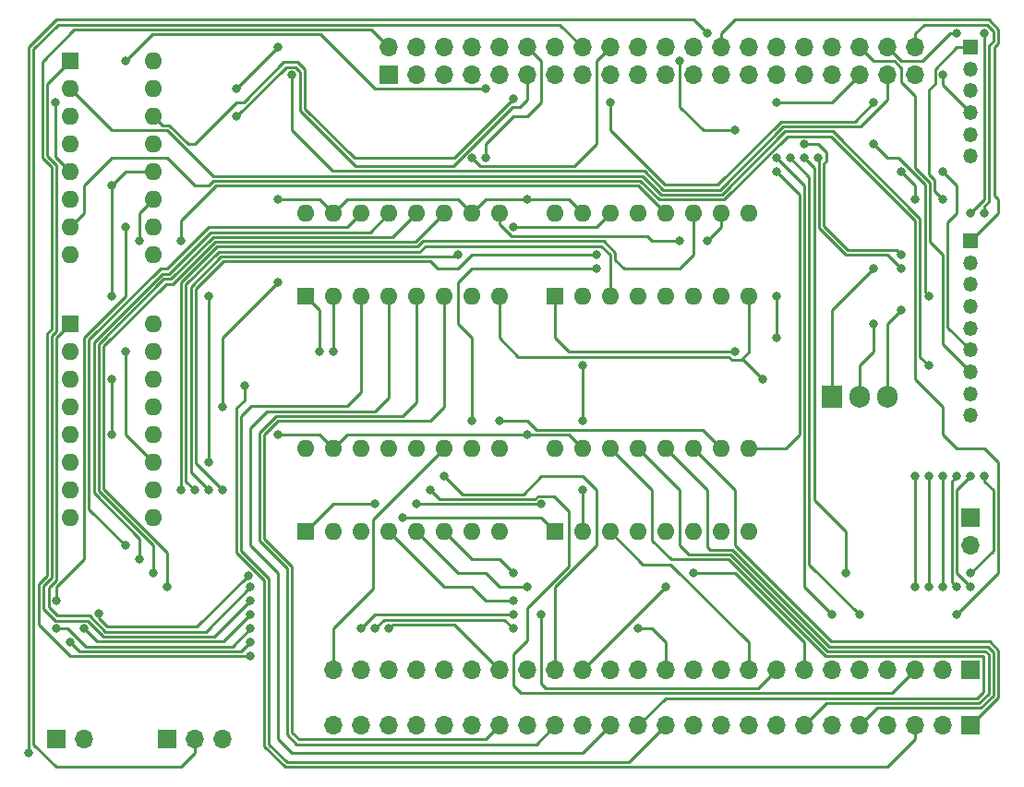
<source format=gbl>
%TF.GenerationSoftware,KiCad,Pcbnew,7.0.8*%
%TF.CreationDate,2023-10-23T01:27:40-07:00*%
%TF.ProjectId,motherboard,6d6f7468-6572-4626-9f61-72642e6b6963,1*%
%TF.SameCoordinates,Original*%
%TF.FileFunction,Copper,L2,Bot*%
%TF.FilePolarity,Positive*%
%FSLAX46Y46*%
G04 Gerber Fmt 4.6, Leading zero omitted, Abs format (unit mm)*
G04 Created by KiCad (PCBNEW 7.0.8) date 2023-10-23 01:27:40*
%MOMM*%
%LPD*%
G01*
G04 APERTURE LIST*
%TA.AperFunction,ComponentPad*%
%ADD10R,1.600000X1.600000*%
%TD*%
%TA.AperFunction,ComponentPad*%
%ADD11O,1.600000X1.600000*%
%TD*%
%TA.AperFunction,ComponentPad*%
%ADD12R,1.700000X1.700000*%
%TD*%
%TA.AperFunction,ComponentPad*%
%ADD13O,1.700000X1.700000*%
%TD*%
%TA.AperFunction,ComponentPad*%
%ADD14R,1.350000X1.350000*%
%TD*%
%TA.AperFunction,ComponentPad*%
%ADD15O,1.350000X1.350000*%
%TD*%
%TA.AperFunction,ComponentPad*%
%ADD16R,1.905000X2.000000*%
%TD*%
%TA.AperFunction,ComponentPad*%
%ADD17O,1.905000X2.000000*%
%TD*%
%TA.AperFunction,ViaPad*%
%ADD18C,0.800000*%
%TD*%
%TA.AperFunction,Conductor*%
%ADD19C,0.250000*%
%TD*%
G04 APERTURE END LIST*
D10*
%TO.P,U1,1,~{PL}*%
%TO.N,Net-(J3-GPIO13(PWM1))*%
X124450000Y-85080000D03*
D11*
%TO.P,U1,2,CP*%
%TO.N,Net-(J3-GPIO18(PCM_CLK))*%
X126990000Y-85080000D03*
%TO.P,U1,3,D4*%
%TO.N,Net-(J1-BIT_4)*%
X129530000Y-85080000D03*
%TO.P,U1,4,D5*%
%TO.N,Net-(J1-BIT_5)*%
X132070000Y-85080000D03*
%TO.P,U1,5,D6*%
%TO.N,Net-(J1-BIT_6)*%
X134610000Y-85080000D03*
%TO.P,U1,6,D7*%
%TO.N,Net-(J1-BIT_7)*%
X137150000Y-85080000D03*
%TO.P,U1,7,~{Q7}*%
%TO.N,unconnected-(U1-~{Q7}-Pad7)*%
X139690000Y-85080000D03*
%TO.P,U1,8,GND*%
%TO.N,GND*%
X142230000Y-85080000D03*
%TO.P,U1,9,Q7*%
%TO.N,Net-(U1-Q7)*%
X142230000Y-77460000D03*
%TO.P,U1,10,DS*%
%TO.N,GND*%
X139690000Y-77460000D03*
%TO.P,U1,11,D0*%
%TO.N,Net-(J1-BIT_0)*%
X137150000Y-77460000D03*
%TO.P,U1,12,D1*%
%TO.N,Net-(J1-BIT_1)*%
X134610000Y-77460000D03*
%TO.P,U1,13,D2*%
%TO.N,Net-(J1-BIT_2)*%
X132070000Y-77460000D03*
%TO.P,U1,14,D3*%
%TO.N,Net-(J1-BIT_3)*%
X129530000Y-77460000D03*
%TO.P,U1,15,~{CE}*%
%TO.N,GND*%
X126990000Y-77460000D03*
%TO.P,U1,16,VCC*%
%TO.N,Net-(J7-5V)*%
X124450000Y-77460000D03*
%TD*%
D12*
%TO.P,J2,1,02_LED*%
%TO.N,Net-(J2-02_LED)*%
X185420000Y-119380000D03*
D13*
%TO.P,J2,2,13_LED*%
%TO.N,Net-(J2-13_LED)*%
X182880000Y-119380000D03*
%TO.P,J2,3,02_SWITCH*%
%TO.N,Net-(J2-02_SWITCH)*%
X180340000Y-119380000D03*
%TO.P,J2,4,13_SWITCH*%
%TO.N,Net-(J2-13_SWITCH)*%
X177800000Y-119380000D03*
%TO.P,J2,5,03_LED*%
%TO.N,Net-(J2-03_LED)*%
X175260000Y-119380000D03*
%TO.P,J2,6,12_LED*%
%TO.N,Net-(J2-12_LED)*%
X172720000Y-119380000D03*
%TO.P,J2,7,03_SWITCH*%
%TO.N,Net-(J2-03_SWITCH)*%
X170180000Y-119380000D03*
%TO.P,J2,8,12_SWITCH*%
%TO.N,Net-(J2-12_SWITCH)*%
X167640000Y-119380000D03*
%TO.P,J2,9,TIME_ACTIVE_SWITCH*%
%TO.N,Net-(J2-TIME_ACTIVE_SWITCH)*%
X165100000Y-119380000D03*
%TO.P,J2,10,11_LED*%
%TO.N,Net-(J2-11_LED)*%
X162560000Y-119380000D03*
%TO.P,J2,11,POWER_A*%
%TO.N,Net-(J2-POWER_A)*%
X160020000Y-119380000D03*
%TO.P,J2,12,11_SWITCH*%
%TO.N,Net-(J2-11_SWITCH)*%
X157480000Y-119380000D03*
%TO.P,J2,13,POWER_B*%
%TO.N,Net-(J2-POWER_B)*%
X154940000Y-119380000D03*
%TO.P,J2,14,01_LED*%
%TO.N,Net-(J2-01_LED)*%
X152400000Y-119380000D03*
%TO.P,J2,15,EMERGENCY_STOP_SWITCH*%
%TO.N,Net-(J2-EMERGENCY_STOP_SWITCH)*%
X149860000Y-119380000D03*
%TO.P,J2,16,01_SWITCH*%
%TO.N,Net-(J2-01_SWITCH)*%
X147320000Y-119380000D03*
%TO.P,J2,17,EMERGENCY_STOP_LED*%
%TO.N,Net-(J2-EMERGENCY_STOP_LED)*%
X144780000Y-119380000D03*
%TO.P,J2,18,10_LED*%
%TO.N,Net-(J2-10_LED)*%
X142240000Y-119380000D03*
%TO.P,J2,19,5V*%
%TO.N,Net-(J2-5V)*%
X139700000Y-119380000D03*
%TO.P,J2,20,10_SWITCH*%
%TO.N,Net-(J2-10_SWITCH)*%
X137160000Y-119380000D03*
%TO.P,J2,21,TIME_SET_DT*%
%TO.N,Net-(J2-TIME_SET_DT)*%
X134620000Y-119380000D03*
%TO.P,J2,22,00_LED*%
%TO.N,Net-(J2-00_LED)*%
X132080000Y-119380000D03*
%TO.P,J2,23,TIME_SET_CLK*%
%TO.N,Net-(J2-TIME_SET_CLK)*%
X129540000Y-119380000D03*
%TO.P,J2,24,00_SWITCH*%
%TO.N,Net-(J2-00_SWITCH)*%
X127000000Y-119380000D03*
%TD*%
D10*
%TO.P,U2,1,~{PL}*%
%TO.N,Net-(J3-GPIO13(PWM1))*%
X147320000Y-85090000D03*
D11*
%TO.P,U2,2,CP*%
%TO.N,Net-(J3-GPIO18(PCM_CLK))*%
X149860000Y-85090000D03*
%TO.P,U2,3,D4*%
%TO.N,Net-(J1-BIT_C)*%
X152400000Y-85090000D03*
%TO.P,U2,4,D5*%
%TO.N,Net-(J1-BIT_D)*%
X154940000Y-85090000D03*
%TO.P,U2,5,D6*%
%TO.N,Net-(J1-BIT_E)*%
X157480000Y-85090000D03*
%TO.P,U2,6,D7*%
%TO.N,Net-(J1-BIT_F)*%
X160020000Y-85090000D03*
%TO.P,U2,7,~{Q7}*%
%TO.N,unconnected-(U2-~{Q7}-Pad7)*%
X162560000Y-85090000D03*
%TO.P,U2,8,GND*%
%TO.N,GND*%
X165100000Y-85090000D03*
%TO.P,U2,9,Q7*%
%TO.N,Net-(U2-Q7)*%
X165100000Y-77470000D03*
%TO.P,U2,10,DS*%
%TO.N,Net-(U1-Q7)*%
X162560000Y-77470000D03*
%TO.P,U2,11,D0*%
%TO.N,Net-(J1-BIT_8)*%
X160020000Y-77470000D03*
%TO.P,U2,12,D1*%
%TO.N,Net-(J1-BIT_9)*%
X157480000Y-77470000D03*
%TO.P,U2,13,D2*%
%TO.N,Net-(J1-BIT_A)*%
X154940000Y-77470000D03*
%TO.P,U2,14,D3*%
%TO.N,Net-(J1-BIT_B)*%
X152400000Y-77470000D03*
%TO.P,U2,15,~{CE}*%
%TO.N,GND*%
X149860000Y-77470000D03*
%TO.P,U2,16,VCC*%
%TO.N,Net-(J7-5V)*%
X147320000Y-77470000D03*
%TD*%
D10*
%TO.P,U3,1,~{PL}*%
%TO.N,Net-(J3-GPIO13(PWM1))*%
X124460000Y-106680000D03*
D11*
%TO.P,U3,2,CP*%
%TO.N,Net-(J3-GPIO18(PCM_CLK))*%
X127000000Y-106680000D03*
%TO.P,U3,3,D4*%
%TO.N,Net-(J2-10_SWITCH)*%
X129540000Y-106680000D03*
%TO.P,U3,4,D5*%
%TO.N,Net-(J2-11_SWITCH)*%
X132080000Y-106680000D03*
%TO.P,U3,5,D6*%
%TO.N,Net-(J2-12_SWITCH)*%
X134620000Y-106680000D03*
%TO.P,U3,6,D7*%
%TO.N,Net-(J2-13_SWITCH)*%
X137160000Y-106680000D03*
%TO.P,U3,7,~{Q7}*%
%TO.N,unconnected-(U3-~{Q7}-Pad7)*%
X139700000Y-106680000D03*
%TO.P,U3,8,GND*%
%TO.N,GND*%
X142240000Y-106680000D03*
%TO.P,U3,9,Q7*%
%TO.N,Net-(U3-Q7)*%
X142240000Y-99060000D03*
%TO.P,U3,10,DS*%
%TO.N,Net-(U2-Q7)*%
X139700000Y-99060000D03*
%TO.P,U3,11,D0*%
%TO.N,Net-(J2-00_SWITCH)*%
X137160000Y-99060000D03*
%TO.P,U3,12,D1*%
%TO.N,Net-(J2-01_SWITCH)*%
X134620000Y-99060000D03*
%TO.P,U3,13,D2*%
%TO.N,Net-(J2-02_SWITCH)*%
X132080000Y-99060000D03*
%TO.P,U3,14,D3*%
%TO.N,Net-(J2-03_SWITCH)*%
X129540000Y-99060000D03*
%TO.P,U3,15,~{CE}*%
%TO.N,GND*%
X127000000Y-99060000D03*
%TO.P,U3,16,VCC*%
%TO.N,Net-(J7-5V)*%
X124460000Y-99060000D03*
%TD*%
D14*
%TO.P,J5,1,12V*%
%TO.N,Net-(J2-POWER_B)*%
X185420000Y-62230000D03*
D15*
%TO.P,J5,2,GND*%
%TO.N,GND*%
X185420000Y-64230000D03*
%TO.P,J5,3,I2C_SDA*%
%TO.N,Net-(J3-GPIO2(I2C1_SDA))*%
X185420000Y-66230000D03*
%TO.P,J5,4,I2C_SCLK*%
%TO.N,Net-(J3-GPIO3(I2C1_SCL))*%
X185420000Y-68230000D03*
%TO.P,J5,5,VB*%
%TO.N,Net-(J5-VB)*%
X185420000Y-70230000D03*
%TO.P,J5,6,VA*%
%TO.N,Net-(J5-VA)*%
X185420000Y-72230000D03*
%TD*%
D10*
%TO.P,U6,1,QB*%
%TO.N,Net-(J2-EMERGENCY_STOP_LED)*%
X102870000Y-87630000D03*
D11*
%TO.P,U6,2,QC*%
%TO.N,unconnected-(U6-QC-Pad2)*%
X102870000Y-90170000D03*
%TO.P,U6,3,QD*%
%TO.N,unconnected-(U6-QD-Pad3)*%
X102870000Y-92710000D03*
%TO.P,U6,4,QE*%
%TO.N,unconnected-(U6-QE-Pad4)*%
X102870000Y-95250000D03*
%TO.P,U6,5,QF*%
%TO.N,unconnected-(U6-QF-Pad5)*%
X102870000Y-97790000D03*
%TO.P,U6,6,QG*%
%TO.N,unconnected-(U6-QG-Pad6)*%
X102870000Y-100330000D03*
%TO.P,U6,7,QH*%
%TO.N,unconnected-(U6-QH-Pad7)*%
X102870000Y-102870000D03*
%TO.P,U6,8,GND*%
%TO.N,GND*%
X102870000Y-105410000D03*
%TO.P,U6,9,QH'*%
%TO.N,unconnected-(U6-QH'-Pad9)*%
X110490000Y-105410000D03*
%TO.P,U6,10,~{SRCLR}*%
%TO.N,Net-(J7-5V)*%
X110490000Y-102870000D03*
%TO.P,U6,11,SRCLK*%
%TO.N,Net-(J3-GPIO17)*%
X110490000Y-100330000D03*
%TO.P,U6,12,RCLK*%
%TO.N,Net-(J3-GPIO27)*%
X110490000Y-97790000D03*
%TO.P,U6,13,~{OE}*%
%TO.N,GND*%
X110490000Y-95250000D03*
%TO.P,U6,14,SER*%
%TO.N,Net-(U5-QH')*%
X110490000Y-92710000D03*
%TO.P,U6,15,QA*%
%TO.N,Net-(J1-PUSH_LED)*%
X110490000Y-90170000D03*
%TO.P,U6,16,VCC*%
%TO.N,Net-(J7-5V)*%
X110490000Y-87630000D03*
%TD*%
D12*
%TO.P,J4,1,GND*%
%TO.N,GND*%
X185420000Y-105410000D03*
D13*
%TO.P,J4,2,12V*%
%TO.N,Net-(J2-POWER_A)*%
X185420000Y-107950000D03*
%TD*%
D12*
%TO.P,J1,1,RAIL_OVERRIDE_SWITCH*%
%TO.N,Net-(J1-RAIL_OVERRIDE_SWITCH)*%
X185420000Y-124460000D03*
D13*
%TO.P,J1,2,GND*%
%TO.N,GND*%
X182880000Y-124460000D03*
%TO.P,J1,3,PUSH_LED*%
%TO.N,Net-(J1-PUSH_LED)*%
X180340000Y-124460000D03*
%TO.P,J1,4,BIT_0*%
%TO.N,Net-(J1-BIT_0)*%
X177800000Y-124460000D03*
%TO.P,J1,5,PUSH_SWITCH*%
%TO.N,Net-(J1-PUSH_SWITCH)*%
X175260000Y-124460000D03*
%TO.P,J1,6,BIT_1*%
%TO.N,Net-(J1-BIT_1)*%
X172720000Y-124460000D03*
%TO.P,J1,7,MODULE_OVERRIDE_SWITCH*%
%TO.N,Net-(J1-MODULE_OVERRIDE_SWITCH)*%
X170180000Y-124460000D03*
%TO.P,J1,8,BIT_2*%
%TO.N,Net-(J1-BIT_2)*%
X167640000Y-124460000D03*
%TO.P,J1,9,VELOCITY_DT*%
%TO.N,Net-(J1-VELOCITY_DT)*%
X165100000Y-124460000D03*
%TO.P,J1,10,BIT_3*%
%TO.N,Net-(J1-BIT_3)*%
X162560000Y-124460000D03*
%TO.P,J1,11,VELOCITY_CLK*%
%TO.N,Net-(J1-VELOCITY_CLK)*%
X160020000Y-124460000D03*
%TO.P,J1,12,BIT_4*%
%TO.N,Net-(J1-BIT_4)*%
X157480000Y-124460000D03*
%TO.P,J1,13,FWD/BWD_SWITCH*%
%TO.N,Net-(J1-FWD{slash}BWD_SWITCH)*%
X154940000Y-124460000D03*
%TO.P,J1,14,BIT_5*%
%TO.N,Net-(J1-BIT_5)*%
X152400000Y-124460000D03*
%TO.P,J1,15,BIT_F*%
%TO.N,Net-(J1-BIT_F)*%
X149860000Y-124460000D03*
%TO.P,J1,16,BIT_6*%
%TO.N,Net-(J1-BIT_6)*%
X147320000Y-124460000D03*
%TO.P,J1,17,BIT_E*%
%TO.N,Net-(J1-BIT_E)*%
X144780000Y-124460000D03*
%TO.P,J1,18,BIT_7*%
%TO.N,Net-(J1-BIT_7)*%
X142240000Y-124460000D03*
%TO.P,J1,19,BIT_D*%
%TO.N,Net-(J1-BIT_D)*%
X139700000Y-124460000D03*
%TO.P,J1,20,BIT_8*%
%TO.N,Net-(J1-BIT_8)*%
X137160000Y-124460000D03*
%TO.P,J1,21,BIT_C*%
%TO.N,Net-(J1-BIT_C)*%
X134620000Y-124460000D03*
%TO.P,J1,22,BIT_9*%
%TO.N,Net-(J1-BIT_9)*%
X132080000Y-124460000D03*
%TO.P,J1,23,BIT_A*%
%TO.N,Net-(J1-BIT_A)*%
X129540000Y-124460000D03*
%TO.P,J1,24,BIT_B*%
%TO.N,Net-(J1-BIT_B)*%
X127000000Y-124460000D03*
%TD*%
D12*
%TO.P,J8,1,ENA*%
%TO.N,Net-(J3-GPIO12(PWM0))*%
X111760000Y-125730000D03*
D13*
%TO.P,J8,2,IN1*%
%TO.N,Net-(J3-GPIO23)*%
X114300000Y-125730000D03*
%TO.P,J8,3,IN2*%
%TO.N,Net-(J3-GPIO24)*%
X116840000Y-125730000D03*
%TD*%
D16*
%TO.P,U7,1,IN*%
%TO.N,Net-(J2-POWER_B)*%
X172720000Y-94320000D03*
D17*
%TO.P,U7,2,GND*%
%TO.N,GND*%
X175260000Y-94320000D03*
%TO.P,U7,3,OUT*%
%TO.N,Net-(J7-5V)*%
X177800000Y-94320000D03*
%TD*%
D12*
%TO.P,J6,1,VA*%
%TO.N,Net-(J5-VA)*%
X101600000Y-125730000D03*
D13*
%TO.P,J6,2,VB*%
%TO.N,Net-(J5-VB)*%
X104140000Y-125730000D03*
%TD*%
D14*
%TO.P,J7,1,CSB*%
%TO.N,Net-(J3-GPIO7(SPI0_CE1))*%
X185420000Y-80010000D03*
D15*
%TO.P,J7,2,SDA*%
%TO.N,Net-(J3-GPIO10(SPI0_MOSI))*%
X185420000Y-82010000D03*
%TO.P,J7,3,SCLK*%
%TO.N,Net-(J3-GPIO11(SPI0_SCLK))*%
X185420000Y-84010000D03*
%TO.P,J7,4,CSA*%
%TO.N,Net-(J3-GPIO8(SPI0_CE0))*%
X185420000Y-86010000D03*
%TO.P,J7,5,5V*%
%TO.N,Net-(J7-5V)*%
X185420000Y-88010000D03*
%TO.P,J7,6,GND*%
%TO.N,GND*%
X185420000Y-90010000D03*
%TO.P,J7,7,SER*%
%TO.N,Net-(J3-GPIO16)*%
X185420000Y-92010000D03*
%TO.P,J7,8,RCLK*%
%TO.N,Net-(J3-GPIO20(PCM_DIN))*%
X185420000Y-94010000D03*
%TO.P,J7,9,SRCLK*%
%TO.N,Net-(J3-GPIO21(PCM_DOUT))*%
X185420000Y-96010000D03*
%TD*%
D10*
%TO.P,U4,1,~{PL}*%
%TO.N,Net-(J3-GPIO13(PWM1))*%
X147320000Y-106680000D03*
D11*
%TO.P,U4,2,CP*%
%TO.N,Net-(J3-GPIO18(PCM_CLK))*%
X149860000Y-106680000D03*
%TO.P,U4,3,D4*%
%TO.N,Net-(J2-TIME_ACTIVE_SWITCH)*%
X152400000Y-106680000D03*
%TO.P,U4,4,D5*%
%TO.N,Net-(J2-EMERGENCY_STOP_SWITCH)*%
X154940000Y-106680000D03*
%TO.P,U4,5,D6*%
%TO.N,unconnected-(U4-D6-Pad5)*%
X157480000Y-106680000D03*
%TO.P,U4,6,D7*%
%TO.N,unconnected-(U4-D7-Pad6)*%
X160020000Y-106680000D03*
%TO.P,U4,7,~{Q7}*%
%TO.N,unconnected-(U4-~{Q7}-Pad7)*%
X162560000Y-106680000D03*
%TO.P,U4,8,GND*%
%TO.N,GND*%
X165100000Y-106680000D03*
%TO.P,U4,9,Q7*%
%TO.N,Net-(J3-GPIO4(GPCLK0))*%
X165100000Y-99060000D03*
%TO.P,U4,10,DS*%
%TO.N,Net-(U3-Q7)*%
X162560000Y-99060000D03*
%TO.P,U4,11,D0*%
%TO.N,Net-(J1-RAIL_OVERRIDE_SWITCH)*%
X160020000Y-99060000D03*
%TO.P,U4,12,D1*%
%TO.N,Net-(J1-PUSH_SWITCH)*%
X157480000Y-99060000D03*
%TO.P,U4,13,D2*%
%TO.N,Net-(J1-MODULE_OVERRIDE_SWITCH)*%
X154940000Y-99060000D03*
%TO.P,U4,14,D3*%
%TO.N,Net-(J1-FWD{slash}BWD_SWITCH)*%
X152400000Y-99060000D03*
%TO.P,U4,15,~{CE}*%
%TO.N,GND*%
X149860000Y-99060000D03*
%TO.P,U4,16,VCC*%
%TO.N,Net-(J7-5V)*%
X147320000Y-99060000D03*
%TD*%
D10*
%TO.P,U5,1,QB*%
%TO.N,Net-(J2-01_LED)*%
X102870000Y-63500000D03*
D11*
%TO.P,U5,2,QC*%
%TO.N,Net-(J2-02_LED)*%
X102870000Y-66040000D03*
%TO.P,U5,3,QD*%
%TO.N,Net-(J2-03_LED)*%
X102870000Y-68580000D03*
%TO.P,U5,4,QE*%
%TO.N,Net-(J2-10_LED)*%
X102870000Y-71120000D03*
%TO.P,U5,5,QF*%
%TO.N,Net-(J2-11_LED)*%
X102870000Y-73660000D03*
%TO.P,U5,6,QG*%
%TO.N,Net-(J2-12_LED)*%
X102870000Y-76200000D03*
%TO.P,U5,7,QH*%
%TO.N,Net-(J2-13_LED)*%
X102870000Y-78740000D03*
%TO.P,U5,8,GND*%
%TO.N,GND*%
X102870000Y-81280000D03*
%TO.P,U5,9,QH'*%
%TO.N,Net-(U5-QH')*%
X110490000Y-81280000D03*
%TO.P,U5,10,~{SRCLR}*%
%TO.N,Net-(J7-5V)*%
X110490000Y-78740000D03*
%TO.P,U5,11,SRCLK*%
%TO.N,Net-(J3-GPIO17)*%
X110490000Y-76200000D03*
%TO.P,U5,12,RCLK*%
%TO.N,Net-(J3-GPIO27)*%
X110490000Y-73660000D03*
%TO.P,U5,13,~{OE}*%
%TO.N,GND*%
X110490000Y-71120000D03*
%TO.P,U5,14,SER*%
%TO.N,Net-(J3-GPIO22)*%
X110490000Y-68580000D03*
%TO.P,U5,15,QA*%
%TO.N,Net-(J2-00_LED)*%
X110490000Y-66040000D03*
%TO.P,U5,16,VCC*%
%TO.N,Net-(J7-5V)*%
X110490000Y-63500000D03*
%TD*%
D12*
%TO.P,J3,1,3v3*%
%TO.N,unconnected-(J3-3v3-Pad1)*%
X132080000Y-64770000D03*
D13*
%TO.P,J3,2,5v*%
%TO.N,Net-(J2-5V)*%
X132080000Y-62230000D03*
%TO.P,J3,3,GPIO2(I2C1_SDA)*%
%TO.N,Net-(J3-GPIO2(I2C1_SDA))*%
X134620000Y-64770000D03*
%TO.P,J3,4,5v*%
%TO.N,unconnected-(J3-5v-Pad4)*%
X134620000Y-62230000D03*
%TO.P,J3,5,GPIO3(I2C1_SCL)*%
%TO.N,Net-(J3-GPIO3(I2C1_SCL))*%
X137160000Y-64770000D03*
%TO.P,J3,6,GND*%
%TO.N,GND*%
X137160000Y-62230000D03*
%TO.P,J3,7,GPIO4(GPCLK0)*%
%TO.N,Net-(J3-GPIO4(GPCLK0))*%
X139700000Y-64770000D03*
%TO.P,J3,8,GPIO14(UART_TX)*%
%TO.N,unconnected-(J3-GPIO14(UART_TX)-Pad8)*%
X139700000Y-62230000D03*
%TO.P,J3,9,GND*%
%TO.N,unconnected-(J3-GND-Pad9)*%
X142240000Y-64770000D03*
%TO.P,J3,10,GPIO15(UART_RX)*%
%TO.N,unconnected-(J3-GPIO15(UART_RX)-Pad10)*%
X142240000Y-62230000D03*
%TO.P,J3,11,GPIO17*%
%TO.N,Net-(J3-GPIO17)*%
X144780000Y-64770000D03*
%TO.P,J3,12,GPIO18(PCM_CLK)*%
%TO.N,Net-(J3-GPIO18(PCM_CLK))*%
X144780000Y-62230000D03*
%TO.P,J3,13,GPIO27*%
%TO.N,Net-(J3-GPIO27)*%
X147320000Y-64770000D03*
%TO.P,J3,14,GND*%
%TO.N,unconnected-(J3-GND-Pad14)*%
X147320000Y-62230000D03*
%TO.P,J3,15,GPIO22*%
%TO.N,Net-(J3-GPIO22)*%
X149860000Y-64770000D03*
%TO.P,J3,16,GPIO23*%
%TO.N,Net-(J3-GPIO23)*%
X149860000Y-62230000D03*
%TO.P,J3,17,3v3*%
%TO.N,unconnected-(J3-3v3-Pad17)*%
X152400000Y-64770000D03*
%TO.P,J3,18,GPIO24*%
%TO.N,Net-(J3-GPIO24)*%
X152400000Y-62230000D03*
%TO.P,J3,19,GPIO10(SPI0_MOSI)*%
%TO.N,Net-(J3-GPIO10(SPI0_MOSI))*%
X154940000Y-64770000D03*
%TO.P,J3,20,GND*%
%TO.N,unconnected-(J3-GND-Pad20)*%
X154940000Y-62230000D03*
%TO.P,J3,21,GPIO9(SPI0_MISO)*%
%TO.N,unconnected-(J3-GPIO9(SPI0_MISO)-Pad21)*%
X157480000Y-64770000D03*
%TO.P,J3,22,GPIO25*%
%TO.N,unconnected-(J3-GPIO25-Pad22)*%
X157480000Y-62230000D03*
%TO.P,J3,23,GPIO11(SPI0_SCLK)*%
%TO.N,Net-(J3-GPIO11(SPI0_SCLK))*%
X160020000Y-64770000D03*
%TO.P,J3,24,GPIO8(SPI0_CE0)*%
%TO.N,Net-(J3-GPIO8(SPI0_CE0))*%
X160020000Y-62230000D03*
%TO.P,J3,25,GND*%
%TO.N,unconnected-(J3-GND-Pad25)*%
X162560000Y-64770000D03*
%TO.P,J3,26,GPIO7(SPI0_CE1)*%
%TO.N,Net-(J3-GPIO7(SPI0_CE1))*%
X162560000Y-62230000D03*
%TO.P,J3,27,GPIO0(EEPROM_SDA)*%
%TO.N,unconnected-(J3-GPIO0(EEPROM_SDA)-Pad27)*%
X165100000Y-64770000D03*
%TO.P,J3,28,GPIO1(EEPROM_SCL)*%
%TO.N,unconnected-(J3-GPIO1(EEPROM_SCL)-Pad28)*%
X165100000Y-62230000D03*
%TO.P,J3,29,GPIO5*%
%TO.N,Net-(J1-VELOCITY_CLK)*%
X167640000Y-64770000D03*
%TO.P,J3,30,GND*%
%TO.N,unconnected-(J3-GND-Pad30)*%
X167640000Y-62230000D03*
%TO.P,J3,31,GPIO6*%
%TO.N,Net-(J1-VELOCITY_DT)*%
X170180000Y-64770000D03*
%TO.P,J3,32,GPIO12(PWM0)*%
%TO.N,Net-(J3-GPIO12(PWM0))*%
X170180000Y-62230000D03*
%TO.P,J3,33,GPIO13(PWM1)*%
%TO.N,Net-(J3-GPIO13(PWM1))*%
X172720000Y-64770000D03*
%TO.P,J3,34,GND*%
%TO.N,unconnected-(J3-GND-Pad34)*%
X172720000Y-62230000D03*
%TO.P,J3,35,GPIO19(PCM_FS)*%
%TO.N,Net-(J2-TIME_SET_CLK)*%
X175260000Y-64770000D03*
%TO.P,J3,36,GPIO16*%
%TO.N,Net-(J3-GPIO16)*%
X175260000Y-62230000D03*
%TO.P,J3,37,GPIO26*%
%TO.N,Net-(J2-TIME_SET_DT)*%
X177800000Y-64770000D03*
%TO.P,J3,38,GPIO20(PCM_DIN)*%
%TO.N,Net-(J3-GPIO20(PCM_DIN))*%
X177800000Y-62230000D03*
%TO.P,J3,39,GND*%
%TO.N,unconnected-(J3-GND-Pad39)*%
X180340000Y-64770000D03*
%TO.P,J3,40,GPIO21(PCM_DOUT)*%
%TO.N,Net-(J3-GPIO21(PCM_DOUT))*%
X180340000Y-62230000D03*
%TD*%
D18*
%TO.N,Net-(J7-5V)*%
X179070000Y-86360000D03*
%TO.N,GND*%
X118110000Y-66040000D03*
X182880000Y-73660000D03*
X144780000Y-97790000D03*
X121920000Y-62230000D03*
X121920000Y-76200000D03*
X144780000Y-76200000D03*
X166370000Y-92710000D03*
X176530000Y-87630000D03*
X121920000Y-97790000D03*
%TO.N,Net-(J1-PUSH_LED)*%
X118850000Y-93255500D03*
%TO.N,Net-(J1-BIT_0)*%
X111760000Y-111760000D03*
%TO.N,Net-(J1-BIT_1)*%
X110490000Y-110490000D03*
%TO.N,Net-(J1-BIT_2)*%
X109220000Y-109220000D03*
%TO.N,Net-(J1-VELOCITY_DT)*%
X185420000Y-110490000D03*
X186690000Y-101600000D03*
%TO.N,Net-(J1-BIT_3)*%
X107950000Y-107950000D03*
%TO.N,Net-(J1-VELOCITY_CLK)*%
X185420000Y-101600000D03*
X185420000Y-111760000D03*
%TO.N,Net-(J1-BIT_F)*%
X184150000Y-111760000D03*
X184150000Y-101600000D03*
%TO.N,Net-(J1-BIT_E)*%
X181610000Y-101600000D03*
X181610000Y-111760000D03*
%TO.N,Net-(J1-BIT_D)*%
X180340000Y-111760000D03*
X180340000Y-101600000D03*
%TO.N,Net-(J1-BIT_8)*%
X113030000Y-102870000D03*
%TO.N,Net-(J1-BIT_C)*%
X114300000Y-102870000D03*
%TO.N,Net-(J1-BIT_9)*%
X113030000Y-80010000D03*
X115570000Y-100330000D03*
X115570000Y-85090000D03*
%TO.N,Net-(J1-BIT_A)*%
X151130000Y-81280000D03*
X116840000Y-102870000D03*
%TO.N,Net-(J1-BIT_B)*%
X115570000Y-102870000D03*
X138430000Y-81280000D03*
X143510000Y-78740000D03*
%TO.N,Net-(J2-02_LED)*%
X182880000Y-101600000D03*
X181610000Y-91440000D03*
X182880000Y-111760000D03*
%TO.N,Net-(J2-13_LED)*%
X184150000Y-114300000D03*
%TO.N,Net-(J2-02_SWITCH)*%
X135890000Y-102870000D03*
%TO.N,Net-(J2-13_SWITCH)*%
X143510000Y-110490000D03*
%TO.N,Net-(J2-03_LED)*%
X175260000Y-114300000D03*
X168910000Y-72390000D03*
%TO.N,Net-(J2-12_LED)*%
X167640000Y-72390000D03*
X172720000Y-114300000D03*
%TO.N,Net-(J2-03_SWITCH)*%
X160020000Y-110490000D03*
X134620000Y-104140000D03*
X146050000Y-104140000D03*
%TO.N,Net-(J2-12_SWITCH)*%
X144780000Y-111760000D03*
X146050000Y-114300000D03*
%TO.N,Net-(J2-11_LED)*%
X101471220Y-67310000D03*
X170180000Y-72390000D03*
X173990000Y-110490000D03*
%TO.N,Net-(J2-11_SWITCH)*%
X143510000Y-113030000D03*
X154940000Y-115570000D03*
%TO.N,Net-(J2-POWER_B)*%
X182880000Y-76200000D03*
X176530000Y-82550000D03*
%TO.N,Net-(J2-01_LED)*%
X143510000Y-114300000D03*
X119380000Y-113030000D03*
X129540000Y-115570000D03*
%TO.N,Net-(J2-EMERGENCY_STOP_SWITCH)*%
X157480000Y-111760000D03*
%TO.N,Net-(J2-01_SWITCH)*%
X137160000Y-101600000D03*
%TO.N,Net-(J2-EMERGENCY_STOP_LED)*%
X119380000Y-111760000D03*
X143510000Y-115570000D03*
X130810000Y-115570000D03*
%TO.N,Net-(J2-10_LED)*%
X105483150Y-114226851D03*
X132080000Y-115570000D03*
X119184503Y-110685497D03*
%TO.N,Net-(J2-5V)*%
X119380000Y-118110000D03*
%TO.N,Net-(J2-TIME_SET_DT)*%
X104140000Y-115570000D03*
X119380000Y-114300000D03*
X123190000Y-64770000D03*
%TO.N,Net-(J2-00_LED)*%
X102870000Y-116840000D03*
X119380000Y-116840000D03*
X101600000Y-113030000D03*
X107950000Y-78740000D03*
%TO.N,Net-(J2-TIME_SET_CLK)*%
X101600000Y-115570000D03*
X167640000Y-67310000D03*
X119380000Y-115570000D03*
%TO.N,Net-(J3-GPIO2(I2C1_SDA))*%
X152400000Y-67310000D03*
X176530000Y-67310000D03*
%TO.N,Net-(J3-GPIO3(I2C1_SCL))*%
X182880000Y-64770000D03*
%TO.N,Net-(J3-GPIO4(GPCLK0))*%
X167640000Y-73660000D03*
X158750000Y-63500000D03*
X163830000Y-69850000D03*
%TO.N,Net-(J3-GPIO17)*%
X107950000Y-90170000D03*
X109220000Y-80010000D03*
X118110000Y-68580000D03*
%TO.N,Net-(J3-GPIO18(PCM_CLK))*%
X149860000Y-96520000D03*
X140970000Y-72390000D03*
X149860000Y-102870000D03*
X127000000Y-90170000D03*
X149860000Y-91440000D03*
%TO.N,Net-(J3-GPIO27)*%
X106680000Y-85090000D03*
X106680000Y-74930000D03*
X107950000Y-63500000D03*
X106680000Y-92710000D03*
X106680000Y-97790000D03*
X140970000Y-66040000D03*
%TO.N,Net-(J3-GPIO22)*%
X143510000Y-66955500D03*
%TO.N,Net-(J3-GPIO24)*%
X116840000Y-95250000D03*
X139718247Y-72408247D03*
X121920000Y-83820000D03*
%TO.N,Net-(J3-GPIO10(SPI0_MOSI))*%
X179070000Y-81280000D03*
X170180000Y-71120000D03*
%TO.N,Net-(J3-GPIO11(SPI0_SCLK))*%
X171450000Y-72390000D03*
X179070000Y-82550000D03*
%TO.N,Net-(J3-GPIO8(SPI0_CE0))*%
X181610000Y-85090000D03*
X176530000Y-71120000D03*
%TO.N,Net-(J3-GPIO12(PWM0))*%
X99060000Y-127000000D03*
X161290000Y-60960000D03*
%TO.N,Net-(J3-GPIO13(PWM1))*%
X179070000Y-73660000D03*
X125730000Y-90170000D03*
X163830000Y-90170000D03*
X167640000Y-88900000D03*
X133350000Y-105410000D03*
X167640000Y-85090000D03*
X180340000Y-76200000D03*
X130810000Y-104140000D03*
%TO.N,Net-(J3-GPIO20(PCM_DIN))*%
X186690000Y-60960000D03*
X184150000Y-60960000D03*
X185420000Y-77470000D03*
%TO.N,Net-(J3-GPIO21(PCM_DOUT))*%
X186690000Y-77470000D03*
%TO.N,Net-(U1-Q7)*%
X161290000Y-80010000D03*
X158750000Y-80010000D03*
%TO.N,Net-(U2-Q7)*%
X139700000Y-96520000D03*
X151130000Y-82550000D03*
%TO.N,Net-(U3-Q7)*%
X142240000Y-96520000D03*
%TD*%
D19*
%TO.N,Net-(J7-5V)*%
X177800000Y-94320000D02*
X177800000Y-87630000D01*
X177800000Y-87630000D02*
X179070000Y-86360000D01*
%TO.N,GND*%
X148590000Y-76200000D02*
X149860000Y-77470000D01*
X183330000Y-87920000D02*
X185420000Y-90010000D01*
X127000000Y-99060000D02*
X128270000Y-97790000D01*
X176530000Y-90170000D02*
X176530000Y-87630000D01*
X164375000Y-90895000D02*
X164465000Y-90805000D01*
X163529695Y-90895000D02*
X164375000Y-90895000D01*
X163254695Y-90620000D02*
X163529695Y-90895000D01*
X138430000Y-76200000D02*
X139690000Y-77460000D01*
X142230000Y-88890000D02*
X143960000Y-90620000D01*
X121920000Y-76200000D02*
X125730000Y-76200000D01*
X183330000Y-78290000D02*
X183330000Y-87920000D01*
X175260000Y-91440000D02*
X176530000Y-90170000D01*
X121920000Y-62230000D02*
X118110000Y-66040000D01*
X175260000Y-94320000D02*
X175260000Y-91440000D01*
X148590000Y-97790000D02*
X149860000Y-99060000D01*
X144780000Y-76200000D02*
X148590000Y-76200000D01*
X125730000Y-97790000D02*
X127000000Y-99060000D01*
X164465000Y-90805000D02*
X165100000Y-90170000D01*
X128250000Y-76200000D02*
X138430000Y-76200000D01*
X184150000Y-77470000D02*
X183330000Y-78290000D01*
X140950000Y-76200000D02*
X144780000Y-76200000D01*
X165100000Y-90170000D02*
X165100000Y-85090000D01*
X121920000Y-97790000D02*
X125730000Y-97790000D01*
X182880000Y-73660000D02*
X184150000Y-74930000D01*
X142230000Y-85080000D02*
X142230000Y-88890000D01*
X166370000Y-92710000D02*
X164465000Y-90805000D01*
X125730000Y-76200000D02*
X126990000Y-77460000D01*
X144780000Y-97790000D02*
X148590000Y-97790000D01*
X184150000Y-74930000D02*
X184150000Y-77470000D01*
X143960000Y-90620000D02*
X163254695Y-90620000D01*
X128270000Y-97790000D02*
X144780000Y-97790000D01*
X139690000Y-77460000D02*
X140950000Y-76200000D01*
X126990000Y-77460000D02*
X128250000Y-76200000D01*
%TO.N,Net-(J1-RAIL_OVERRIDE_SWITCH)*%
X172640000Y-116760000D02*
X187169188Y-116760000D01*
X163830000Y-102870000D02*
X163830000Y-107950000D01*
X160020000Y-99060000D02*
X163830000Y-102870000D01*
X187960000Y-117550812D02*
X187960000Y-121920000D01*
X187169188Y-116760000D02*
X187960000Y-117550812D01*
X163830000Y-107950000D02*
X172640000Y-116760000D01*
X187960000Y-121920000D02*
X185420000Y-124460000D01*
%TO.N,Net-(J1-PUSH_LED)*%
X118110000Y-108586396D02*
X120650000Y-111126396D01*
X120650000Y-126366396D02*
X122553604Y-128270000D01*
X122553604Y-128270000D02*
X177800000Y-128270000D01*
X177800000Y-128270000D02*
X180340000Y-125730000D01*
X180340000Y-125730000D02*
X180340000Y-124460000D01*
X120650000Y-111126396D02*
X120650000Y-126366396D01*
X118850000Y-94617792D02*
X118110000Y-95357792D01*
X118110000Y-95357792D02*
X118110000Y-108586396D01*
X118850000Y-93255500D02*
X118850000Y-94617792D01*
%TO.N,Net-(J1-BIT_0)*%
X116129188Y-80090000D02*
X112277386Y-83941802D01*
X105940000Y-89640000D02*
X105940000Y-102763604D01*
X134520000Y-80090000D02*
X116129188Y-80090000D01*
X111638198Y-83941802D02*
X105940000Y-89640000D01*
X105940000Y-102763604D02*
X111760000Y-108583604D01*
X111760000Y-108583604D02*
X111760000Y-111760000D01*
X137150000Y-77460000D02*
X134520000Y-80090000D01*
X112277386Y-83941802D02*
X111638198Y-83941802D01*
%TO.N,Net-(J1-PUSH_SWITCH)*%
X157480000Y-99060000D02*
X161290000Y-102870000D01*
X186371802Y-122871802D02*
X176848198Y-122871802D01*
X161290000Y-102870000D02*
X161290000Y-108077482D01*
X172453604Y-117210000D02*
X186982792Y-117210000D01*
X176848198Y-122871802D02*
X175260000Y-124460000D01*
X186982792Y-117210000D02*
X187510000Y-117737208D01*
X161532518Y-108320000D02*
X163563604Y-108320000D01*
X163563604Y-108320000D02*
X172453604Y-117210000D01*
X161290000Y-108077482D02*
X161532518Y-108320000D01*
X187510000Y-121733604D02*
X186371802Y-122871802D01*
X187510000Y-117737208D02*
X187510000Y-121733604D01*
%TO.N,Net-(J1-BIT_1)*%
X105490000Y-102950000D02*
X110490000Y-107950000D01*
X105490000Y-89453604D02*
X105490000Y-102950000D01*
X112090990Y-83491802D02*
X111451802Y-83491802D01*
X110490000Y-107950000D02*
X110490000Y-110490000D01*
X134610000Y-77460000D02*
X132430000Y-79640000D01*
X132430000Y-79640000D02*
X115942792Y-79640000D01*
X111451802Y-83491802D02*
X105490000Y-89453604D01*
X115942792Y-79640000D02*
X112090990Y-83491802D01*
%TO.N,Net-(J1-MODULE_OVERRIDE_SWITCH)*%
X158750000Y-107950000D02*
X159570000Y-108770000D01*
X186796396Y-117660000D02*
X187060000Y-117923604D01*
X159570000Y-108770000D02*
X163377208Y-108770000D01*
X172218198Y-122421802D02*
X170180000Y-124460000D01*
X186185406Y-122421802D02*
X172218198Y-122421802D01*
X187060000Y-121547208D02*
X186185406Y-122421802D01*
X163377208Y-108770000D02*
X172267208Y-117660000D01*
X172267208Y-117660000D02*
X186796396Y-117660000D01*
X158750000Y-102870000D02*
X158750000Y-107950000D01*
X154940000Y-99060000D02*
X158750000Y-102870000D01*
X187060000Y-117923604D02*
X187060000Y-121547208D01*
%TO.N,Net-(J1-BIT_2)*%
X105040000Y-103136396D02*
X105040000Y-89267208D01*
X115756396Y-79190000D02*
X130340000Y-79190000D01*
X130340000Y-79190000D02*
X132070000Y-77460000D01*
X105040000Y-89267208D02*
X111307208Y-83000000D01*
X111307208Y-83000000D02*
X111946396Y-83000000D01*
X109220000Y-107316396D02*
X105040000Y-103136396D01*
X109220000Y-109220000D02*
X109220000Y-107316396D01*
X111946396Y-83000000D02*
X115756396Y-79190000D01*
%TO.N,Net-(J1-VELOCITY_DT)*%
X187510000Y-108400000D02*
X187510000Y-102870000D01*
X185420000Y-110490000D02*
X187510000Y-108400000D01*
X187510000Y-102870000D02*
X186690000Y-102050000D01*
X186690000Y-102050000D02*
X186690000Y-101600000D01*
%TO.N,Net-(J1-BIT_3)*%
X128250000Y-78740000D02*
X115570000Y-78740000D01*
X111760000Y-82550000D02*
X111120812Y-82550000D01*
X104590000Y-104590000D02*
X107950000Y-107950000D01*
X115570000Y-78740000D02*
X111760000Y-82550000D01*
X104590000Y-89080812D02*
X104590000Y-104590000D01*
X111120812Y-82550000D02*
X104590000Y-89080812D01*
X129530000Y-77460000D02*
X128250000Y-78740000D01*
%TO.N,Net-(J1-VELOCITY_CLK)*%
X184150000Y-110490000D02*
X184150000Y-102870000D01*
X184150000Y-102870000D02*
X185420000Y-101600000D01*
X185420000Y-111760000D02*
X184150000Y-110490000D01*
%TO.N,Net-(J1-BIT_4)*%
X119460000Y-95170000D02*
X118560000Y-96070000D01*
X129530000Y-93910000D02*
X128270000Y-95170000D01*
X121100000Y-126180000D02*
X122740000Y-127820000D01*
X154120000Y-127820000D02*
X157480000Y-124460000D01*
X128270000Y-95170000D02*
X119460000Y-95170000D01*
X118560000Y-108400000D02*
X121100000Y-110940000D01*
X122740000Y-127820000D02*
X154120000Y-127820000D01*
X129530000Y-85080000D02*
X129530000Y-93910000D01*
X121100000Y-110940000D02*
X121100000Y-126180000D01*
X118560000Y-96070000D02*
X118560000Y-108400000D01*
%TO.N,Net-(J1-FWD{slash}BWD_SWITCH)*%
X156210000Y-107471939D02*
X157958061Y-109220000D01*
X163190812Y-109220000D02*
X172080812Y-118110000D01*
X157428198Y-121971802D02*
X154940000Y-124460000D01*
X157958061Y-109220000D02*
X163190812Y-109220000D01*
X186610000Y-121360812D02*
X185999010Y-121971802D01*
X152400000Y-99060000D02*
X156210000Y-102870000D01*
X172080812Y-118110000D02*
X186610000Y-118110000D01*
X156210000Y-102870000D02*
X156210000Y-107471939D01*
X185999010Y-121971802D02*
X157428198Y-121971802D01*
X186610000Y-118110000D02*
X186610000Y-121360812D01*
%TO.N,Net-(J1-BIT_5)*%
X119380000Y-107951396D02*
X121920000Y-110491396D01*
X149860000Y-127000000D02*
X152400000Y-124460000D01*
X121920000Y-110491396D02*
X121920000Y-125730000D01*
X132070000Y-94360000D02*
X130810000Y-95620000D01*
X119380000Y-97156396D02*
X119380000Y-107951396D01*
X121920000Y-125730000D02*
X123190000Y-127000000D01*
X120916396Y-95620000D02*
X119380000Y-97156396D01*
X130810000Y-95620000D02*
X120916396Y-95620000D01*
X132070000Y-85080000D02*
X132070000Y-94360000D01*
X123190000Y-127000000D02*
X149860000Y-127000000D01*
%TO.N,Net-(J1-BIT_F)*%
X183700000Y-111310000D02*
X183700000Y-102050000D01*
X183700000Y-102050000D02*
X184150000Y-101600000D01*
X184150000Y-111760000D02*
X183700000Y-111310000D01*
%TO.N,Net-(J1-BIT_6)*%
X134610000Y-94810000D02*
X133350000Y-96070000D01*
X123640000Y-126180000D02*
X145600000Y-126180000D01*
X145600000Y-126180000D02*
X147320000Y-124460000D01*
X122740000Y-110040000D02*
X122740000Y-125280000D01*
X120200000Y-107500000D02*
X122740000Y-110040000D01*
X120200000Y-97603604D02*
X120200000Y-107500000D01*
X122740000Y-125280000D02*
X123640000Y-126180000D01*
X133350000Y-96070000D02*
X121733604Y-96070000D01*
X121733604Y-96070000D02*
X120200000Y-97603604D01*
X134610000Y-85080000D02*
X134610000Y-94810000D01*
%TO.N,Net-(J1-BIT_E)*%
X181610000Y-101600000D02*
X181610000Y-111760000D01*
%TO.N,Net-(J1-BIT_7)*%
X120650000Y-97790000D02*
X120650000Y-107314302D01*
X137150000Y-85080000D02*
X137150000Y-95260000D01*
X135890000Y-96520000D02*
X121920000Y-96520000D01*
X123190000Y-109854302D02*
X123190000Y-125093604D01*
X123826396Y-125730000D02*
X140970000Y-125730000D01*
X123190000Y-125093604D02*
X123826396Y-125730000D01*
X120650000Y-107314302D02*
X123190000Y-109854302D01*
X140970000Y-125730000D02*
X142240000Y-124460000D01*
X121920000Y-96520000D02*
X120650000Y-97790000D01*
X137150000Y-95260000D02*
X135890000Y-96520000D01*
%TO.N,Net-(J1-BIT_D)*%
X180340000Y-111760000D02*
X180340000Y-101600000D01*
%TO.N,Net-(J1-BIT_8)*%
X153670000Y-82550000D02*
X158750000Y-82550000D01*
X135236396Y-80010000D02*
X151766396Y-80010000D01*
X116315584Y-80540000D02*
X134706396Y-80540000D01*
X134706396Y-80540000D02*
X135236396Y-80010000D01*
X158750000Y-82550000D02*
X160020000Y-81280000D01*
X152850000Y-81093604D02*
X152850000Y-81730000D01*
X151766396Y-80010000D02*
X152850000Y-81093604D01*
X160020000Y-81280000D02*
X160020000Y-77470000D01*
X113030000Y-102870000D02*
X113030000Y-83825584D01*
X152850000Y-81730000D02*
X153670000Y-82550000D01*
X113030000Y-83825584D02*
X116315584Y-80540000D01*
%TO.N,Net-(J1-BIT_C)*%
X135422792Y-80460000D02*
X151580000Y-80460000D01*
X113480000Y-102050000D02*
X113480000Y-84011980D01*
X134892792Y-80990000D02*
X135422792Y-80460000D01*
X152400000Y-81280000D02*
X152400000Y-85090000D01*
X114300000Y-102870000D02*
X113480000Y-102050000D01*
X113480000Y-84011980D02*
X116501980Y-80990000D01*
X116501980Y-80990000D02*
X134892792Y-80990000D01*
X151580000Y-80460000D02*
X152400000Y-81280000D01*
%TO.N,Net-(J1-BIT_9)*%
X154940000Y-74930000D02*
X157480000Y-77470000D01*
X116206396Y-74930000D02*
X154940000Y-74930000D01*
X113030000Y-78106396D02*
X116206396Y-74930000D01*
X113030000Y-80010000D02*
X113030000Y-78106396D01*
X115570000Y-100330000D02*
X115570000Y-85090000D01*
%TO.N,Net-(J1-BIT_A)*%
X114380000Y-84384772D02*
X114380000Y-100410000D01*
X114380000Y-100410000D02*
X116840000Y-102870000D01*
X116874772Y-81890000D02*
X114380000Y-84384772D01*
X151130000Y-81280000D02*
X139700000Y-81280000D01*
X138430000Y-82550000D02*
X136550000Y-82550000D01*
X136550000Y-82550000D02*
X135890000Y-81890000D01*
X139700000Y-81280000D02*
X138430000Y-82550000D01*
X135890000Y-81890000D02*
X116874772Y-81890000D01*
%TO.N,Net-(J1-BIT_B)*%
X143510000Y-78740000D02*
X151130000Y-78740000D01*
X115570000Y-102870000D02*
X113930000Y-101230000D01*
X138270000Y-81440000D02*
X138430000Y-81280000D01*
X151130000Y-78740000D02*
X152400000Y-77470000D01*
X116688376Y-81440000D02*
X138270000Y-81440000D01*
X113930000Y-84198376D02*
X116688376Y-81440000D01*
X113930000Y-101230000D02*
X113930000Y-84198376D01*
%TO.N,Net-(J2-02_LED)*%
X172815000Y-69945000D02*
X168423299Y-69945000D01*
X155312792Y-74030000D02*
X115940000Y-74030000D01*
X182880000Y-111760000D02*
X182880000Y-101600000D01*
X106680000Y-69850000D02*
X102870000Y-66040000D01*
X180790000Y-90620000D02*
X180790000Y-77920000D01*
X115940000Y-74030000D02*
X111760000Y-69850000D01*
X157032792Y-75750000D02*
X155312792Y-74030000D01*
X111760000Y-69850000D02*
X106680000Y-69850000D01*
X180790000Y-77920000D02*
X172815000Y-69945000D01*
X181610000Y-91440000D02*
X180790000Y-90620000D01*
X168423299Y-69945000D02*
X162618299Y-75750000D01*
X162618299Y-75750000D02*
X157032792Y-75750000D01*
%TO.N,Net-(J2-13_LED)*%
X186690000Y-99060000D02*
X184150000Y-99060000D01*
X116020000Y-74480000D02*
X115570000Y-74930000D01*
X104140000Y-74930000D02*
X104140000Y-77470000D01*
X162804695Y-76200000D02*
X156846396Y-76200000D01*
X106680000Y-72390000D02*
X104140000Y-74930000D01*
X114300000Y-74930000D02*
X111760000Y-72390000D01*
X180340000Y-78106396D02*
X172628604Y-70395000D01*
X172628604Y-70395000D02*
X168609695Y-70395000D01*
X115570000Y-74930000D02*
X114300000Y-74930000D01*
X182880000Y-95250000D02*
X180340000Y-92710000D01*
X187960000Y-110490000D02*
X187960000Y-100330000D01*
X184150000Y-114300000D02*
X187960000Y-110490000D01*
X156846396Y-76200000D02*
X155126396Y-74480000D01*
X184150000Y-99060000D02*
X182880000Y-97790000D01*
X182880000Y-97790000D02*
X182880000Y-95250000D01*
X187960000Y-100330000D02*
X186690000Y-99060000D01*
X168609695Y-70395000D02*
X162804695Y-76200000D01*
X104140000Y-77470000D02*
X102870000Y-78740000D01*
X155126396Y-74480000D02*
X116020000Y-74480000D01*
X111760000Y-72390000D02*
X106680000Y-72390000D01*
X180340000Y-92710000D02*
X180340000Y-78106396D01*
%TO.N,Net-(J2-02_SWITCH)*%
X148590000Y-109853604D02*
X144780000Y-113663604D01*
X145474695Y-103690000D02*
X145749695Y-103415000D01*
X148590000Y-104805305D02*
X148590000Y-109853604D01*
X178198198Y-121521802D02*
X180340000Y-119380000D01*
X147199695Y-103415000D02*
X148590000Y-104805305D01*
X144186775Y-121521802D02*
X178198198Y-121521802D01*
X144780000Y-116644973D02*
X143510000Y-117914973D01*
X143510000Y-117914973D02*
X143510000Y-120845027D01*
X145749695Y-103415000D02*
X147199695Y-103415000D01*
X144780000Y-113663604D02*
X144780000Y-116644973D01*
X135890000Y-102870000D02*
X136710000Y-103690000D01*
X136710000Y-103690000D02*
X145474695Y-103690000D01*
X143510000Y-120845027D02*
X144186775Y-121521802D01*
%TO.N,Net-(J2-13_SWITCH)*%
X137160000Y-106680000D02*
X139700000Y-109220000D01*
X139700000Y-109220000D02*
X142240000Y-109220000D01*
X142240000Y-109220000D02*
X143510000Y-110490000D01*
%TO.N,Net-(J2-03_LED)*%
X175260000Y-114300000D02*
X170630000Y-109670000D01*
X170630000Y-74110000D02*
X168910000Y-72390000D01*
X170630000Y-109670000D02*
X170630000Y-74110000D01*
%TO.N,Net-(J2-12_LED)*%
X167640000Y-72390000D02*
X170180000Y-74930000D01*
X170180000Y-111760000D02*
X172720000Y-114300000D01*
X170180000Y-74930000D02*
X170180000Y-111760000D01*
%TO.N,Net-(J2-03_SWITCH)*%
X163824416Y-110490000D02*
X170180000Y-116845584D01*
X134620000Y-104140000D02*
X146050000Y-104140000D01*
X170180000Y-116845584D02*
X170180000Y-119380000D01*
X160020000Y-110490000D02*
X163824416Y-110490000D01*
%TO.N,Net-(J2-12_SWITCH)*%
X140970000Y-110490000D02*
X138430000Y-110490000D01*
X138430000Y-110490000D02*
X134620000Y-106680000D01*
X146050000Y-120650000D02*
X146471802Y-121071802D01*
X165948198Y-121071802D02*
X167640000Y-119380000D01*
X146471802Y-121071802D02*
X165948198Y-121071802D01*
X146050000Y-114300000D02*
X146050000Y-120650000D01*
X142240000Y-111760000D02*
X140970000Y-110490000D01*
X142240000Y-111760000D02*
X144780000Y-111760000D01*
%TO.N,Net-(J2-TIME_ACTIVE_SWITCH)*%
X165100000Y-119380000D02*
X165100000Y-116840000D01*
X157930000Y-109670000D02*
X155390000Y-109670000D01*
X165100000Y-116840000D02*
X157930000Y-109670000D01*
X155390000Y-109670000D02*
X152400000Y-106680000D01*
%TO.N,Net-(J2-11_LED)*%
X171080000Y-73290000D02*
X170180000Y-72390000D01*
X173990000Y-110490000D02*
X173990000Y-106680000D01*
X101471220Y-67310000D02*
X101471220Y-72261220D01*
X173990000Y-106680000D02*
X171080000Y-103770000D01*
X101471220Y-72261220D02*
X102870000Y-73660000D01*
X171080000Y-103770000D02*
X171080000Y-73290000D01*
%TO.N,Net-(J2-11_SWITCH)*%
X140970000Y-113030000D02*
X143510000Y-113030000D01*
X137160000Y-111760000D02*
X132080000Y-106680000D01*
X157480000Y-116840000D02*
X157480000Y-119380000D01*
X154940000Y-115570000D02*
X156210000Y-115570000D01*
X156210000Y-115570000D02*
X157480000Y-116840000D01*
X140970000Y-113030000D02*
X139700000Y-111760000D01*
X139700000Y-111760000D02*
X137160000Y-111760000D01*
%TO.N,Net-(J2-POWER_B)*%
X182140000Y-75460000D02*
X182140000Y-74431903D01*
X176530000Y-82550000D02*
X172720000Y-86360000D01*
X181610000Y-66146396D02*
X182155000Y-65601396D01*
X182155000Y-65601396D02*
X182155000Y-64225000D01*
X182155000Y-64225000D02*
X184150000Y-62230000D01*
X184150000Y-62230000D02*
X185420000Y-62230000D01*
X172720000Y-86360000D02*
X172720000Y-94320000D01*
X182880000Y-76200000D02*
X182140000Y-75460000D01*
X181610000Y-73901903D02*
X181610000Y-66146396D01*
X182140000Y-74431903D02*
X181610000Y-73901903D01*
%TO.N,Net-(J2-01_LED)*%
X100425000Y-113761396D02*
X100425000Y-111662208D01*
X130810000Y-114300000D02*
X129540000Y-115570000D01*
X101600000Y-73026396D02*
X100746220Y-72172616D01*
X101600000Y-88263604D02*
X101600000Y-73026396D01*
X100746220Y-72172616D02*
X100746220Y-65623780D01*
X104440305Y-114845000D02*
X101508604Y-114845000D01*
X101150000Y-88713604D02*
X101600000Y-88263604D01*
X100746220Y-65623780D02*
X102870000Y-63500000D01*
X143510000Y-114300000D02*
X130810000Y-114300000D01*
X116100000Y-116310000D02*
X105905305Y-116310000D01*
X101508604Y-114845000D02*
X100425000Y-113761396D01*
X100425000Y-111662208D02*
X101150000Y-110937208D01*
X105905305Y-116310000D02*
X104440305Y-114845000D01*
X119380000Y-113030000D02*
X116100000Y-116310000D01*
X101150000Y-110937208D02*
X101150000Y-88713604D01*
%TO.N,Net-(J2-EMERGENCY_STOP_SWITCH)*%
X149860000Y-119380000D02*
X157480000Y-111760000D01*
%TO.N,Net-(J2-01_SWITCH)*%
X144410000Y-103240000D02*
X146050000Y-101600000D01*
X151130000Y-102870000D02*
X151130000Y-107950000D01*
X146050000Y-101600000D02*
X149860000Y-101600000D01*
X138800000Y-103240000D02*
X144410000Y-103240000D01*
X149860000Y-101600000D02*
X151130000Y-102870000D01*
X151130000Y-107950000D02*
X147320000Y-111760000D01*
X147320000Y-111760000D02*
X147320000Y-119380000D01*
X137160000Y-101600000D02*
X138800000Y-103240000D01*
%TO.N,Net-(J2-EMERGENCY_STOP_LED)*%
X115280000Y-115860000D02*
X106091701Y-115860000D01*
X119380000Y-111760000D02*
X115280000Y-115860000D01*
X101600000Y-88900000D02*
X102870000Y-87630000D01*
X100875000Y-113575000D02*
X100875000Y-111848604D01*
X104626701Y-114395000D02*
X101695000Y-114395000D01*
X130810000Y-115570000D02*
X131630000Y-114750000D01*
X101600000Y-111123604D02*
X101600000Y-88900000D01*
X101695000Y-114395000D02*
X100875000Y-113575000D01*
X142690000Y-114750000D02*
X143510000Y-115570000D01*
X100875000Y-111848604D02*
X101600000Y-111123604D01*
X131630000Y-114750000D02*
X142690000Y-114750000D01*
X106091701Y-115860000D02*
X104626701Y-114395000D01*
%TO.N,Net-(J2-10_LED)*%
X132080000Y-115570000D02*
X132450000Y-115200000D01*
X105483150Y-114226851D02*
X105483150Y-114615053D01*
X132450000Y-115200000D02*
X138060000Y-115200000D01*
X105483150Y-114615053D02*
X106278097Y-115410000D01*
X106278097Y-115410000D02*
X114460000Y-115410000D01*
X138060000Y-115200000D02*
X142240000Y-119380000D01*
X114460000Y-115410000D02*
X119184503Y-110685497D01*
%TO.N,Net-(J2-5V)*%
X130440000Y-60590000D02*
X132080000Y-62230000D01*
X119380000Y-118110000D02*
X102870000Y-118110000D01*
X101150000Y-88077208D02*
X101150000Y-73212792D01*
X100700000Y-88527208D02*
X101150000Y-88077208D01*
X100296220Y-63532384D02*
X103238604Y-60590000D01*
X99975000Y-115215000D02*
X99975000Y-111475812D01*
X100296220Y-72359012D02*
X100296220Y-63532384D01*
X102870000Y-118110000D02*
X99975000Y-115215000D01*
X99975000Y-111475812D02*
X100700000Y-110750812D01*
X103238604Y-60590000D02*
X130440000Y-60590000D01*
X100700000Y-110750812D02*
X100700000Y-88527208D01*
X101150000Y-73212792D02*
X100296220Y-72359012D01*
%TO.N,Net-(J2-TIME_SET_DT)*%
X157219188Y-75300000D02*
X162431903Y-75300000D01*
X168236903Y-69495000D02*
X175370305Y-69495000D01*
X177800000Y-67065305D02*
X177800000Y-64770000D01*
X126920000Y-73580000D02*
X155499188Y-73580000D01*
X123190000Y-69850000D02*
X126920000Y-73580000D01*
X105330000Y-116760000D02*
X116920000Y-116760000D01*
X123190000Y-64770000D02*
X123190000Y-69850000D01*
X155499188Y-73580000D02*
X157219188Y-75300000D01*
X175370305Y-69495000D02*
X177800000Y-67065305D01*
X104140000Y-115570000D02*
X105330000Y-116760000D01*
X162431903Y-75300000D02*
X168236903Y-69495000D01*
X116920000Y-116760000D02*
X119380000Y-114300000D01*
%TO.N,Net-(J2-00_LED)*%
X119380000Y-116840000D02*
X118560000Y-117660000D01*
X104140000Y-109220000D02*
X104140000Y-88894416D01*
X101600000Y-111760000D02*
X104140000Y-109220000D01*
X103690000Y-117660000D02*
X118560000Y-117660000D01*
X107950000Y-85084416D02*
X107950000Y-78740000D01*
X101600000Y-113030000D02*
X101600000Y-111760000D01*
X104140000Y-88894416D02*
X107950000Y-85084416D01*
X103690000Y-117660000D02*
X102870000Y-116840000D01*
%TO.N,Net-(J2-TIME_SET_CLK)*%
X117740000Y-117210000D02*
X104265305Y-117210000D01*
X119380000Y-115570000D02*
X117740000Y-117210000D01*
X102625305Y-115570000D02*
X101600000Y-115570000D01*
X167640000Y-67310000D02*
X172720000Y-67310000D01*
X104265305Y-117210000D02*
X102625305Y-115570000D01*
X172720000Y-67310000D02*
X175260000Y-64770000D01*
%TO.N,Net-(J2-00_SWITCH)*%
X137160000Y-99060000D02*
X130665000Y-105555000D01*
X130665000Y-111905000D02*
X127000000Y-115570000D01*
X127000000Y-115570000D02*
X127000000Y-119380000D01*
X130665000Y-105555000D02*
X130665000Y-111905000D01*
%TO.N,Net-(J3-GPIO2(I2C1_SDA))*%
X152400000Y-69844416D02*
X152400000Y-67310000D01*
X157405584Y-74850000D02*
X152400000Y-69844416D01*
X162245506Y-74850000D02*
X157405584Y-74850000D01*
X174795000Y-69045000D02*
X168050507Y-69045000D01*
X176530000Y-67310000D02*
X174795000Y-69045000D01*
X168050507Y-69045000D02*
X162245506Y-74850000D01*
%TO.N,Net-(J3-GPIO3(I2C1_SCL))*%
X182880000Y-65690000D02*
X182880000Y-64770000D01*
X185420000Y-68230000D02*
X182880000Y-65690000D01*
%TO.N,Net-(J3-GPIO4(GPCLK0))*%
X163830000Y-69850000D02*
X160899946Y-69850000D01*
X168460000Y-99060000D02*
X169730000Y-97790000D01*
X158750000Y-67700054D02*
X158750000Y-63500000D01*
X165100000Y-99060000D02*
X168460000Y-99060000D01*
X169730000Y-97790000D02*
X169730000Y-75750000D01*
X160899946Y-69850000D02*
X158750000Y-67700054D01*
X169730000Y-75750000D02*
X167640000Y-73660000D01*
%TO.N,Net-(J3-GPIO17)*%
X123915000Y-64469695D02*
X123915000Y-68035000D01*
X143421396Y-67680500D02*
X144109902Y-67680500D01*
X110490000Y-100330000D02*
X107950000Y-97790000D01*
X109220000Y-80010000D02*
X109220000Y-77470000D01*
X118110000Y-68580000D02*
X122645000Y-64045000D01*
X109220000Y-77470000D02*
X110490000Y-76200000D01*
X137971896Y-73130000D02*
X143421396Y-67680500D01*
X144109902Y-67680500D02*
X144780000Y-67010402D01*
X123490305Y-64045000D02*
X123915000Y-64469695D01*
X122645000Y-64045000D02*
X123490305Y-64045000D01*
X129010000Y-73130000D02*
X137971896Y-73130000D01*
X144780000Y-67010402D02*
X144780000Y-64770000D01*
X107950000Y-97790000D02*
X107950000Y-90170000D01*
X123915000Y-68035000D02*
X129010000Y-73130000D01*
%TO.N,Net-(J3-GPIO18(PCM_CLK))*%
X149860000Y-106680000D02*
X149860000Y-102870000D01*
X144780000Y-68580000D02*
X143510000Y-68580000D01*
X127000000Y-90170000D02*
X126990000Y-90160000D01*
X146050000Y-67310000D02*
X144780000Y-68580000D01*
X149860000Y-96520000D02*
X149860000Y-91440000D01*
X140970000Y-71120000D02*
X140970000Y-72390000D01*
X143510000Y-68580000D02*
X140970000Y-71120000D01*
X144780000Y-62230000D02*
X146050000Y-63500000D01*
X126990000Y-90160000D02*
X126990000Y-85080000D01*
X146050000Y-63500000D02*
X146050000Y-67310000D01*
%TO.N,Net-(J3-GPIO27)*%
X106680000Y-92710000D02*
X106680000Y-97790000D01*
X125810000Y-61040000D02*
X130810000Y-66040000D01*
X107950000Y-73660000D02*
X106680000Y-74930000D01*
X107950000Y-63500000D02*
X110410000Y-61040000D01*
X106680000Y-74930000D02*
X106680000Y-85090000D01*
X130810000Y-66040000D02*
X140970000Y-66040000D01*
X110410000Y-61040000D02*
X125810000Y-61040000D01*
X110490000Y-73660000D02*
X107950000Y-73660000D01*
%TO.N,Net-(J3-GPIO22)*%
X111310000Y-69400000D02*
X110490000Y-68580000D01*
X111946396Y-69400000D02*
X111310000Y-69400000D01*
X123676701Y-63595000D02*
X122458604Y-63595000D01*
X114300000Y-71120000D02*
X113666396Y-71120000D01*
X128906396Y-72390000D02*
X124365000Y-67848604D01*
X113666396Y-71120000D02*
X111946396Y-69400000D01*
X124365000Y-67848604D02*
X124365000Y-64283299D01*
X124365000Y-64283299D02*
X123676701Y-63595000D01*
X118110000Y-67310000D02*
X114300000Y-71120000D01*
X143510000Y-66955500D02*
X138075500Y-72390000D01*
X138075500Y-72390000D02*
X128906396Y-72390000D01*
X122458604Y-63595000D02*
X118743604Y-67310000D01*
X118743604Y-67310000D02*
X118110000Y-67310000D01*
%TO.N,Net-(J3-GPIO23)*%
X114300000Y-127000000D02*
X113030000Y-128270000D01*
X114300000Y-125730000D02*
X114300000Y-127000000D01*
X101600000Y-128270000D02*
X99510000Y-126180000D01*
X113030000Y-128270000D02*
X101600000Y-128270000D01*
X99510000Y-62416396D02*
X101786396Y-60140000D01*
X101786396Y-60140000D02*
X147770000Y-60140000D01*
X99510000Y-126180000D02*
X99510000Y-62416396D01*
X147770000Y-60140000D02*
X149860000Y-62230000D01*
%TO.N,Net-(J3-GPIO24)*%
X140440000Y-73130000D02*
X149120000Y-73130000D01*
X139718247Y-72408247D02*
X140440000Y-73130000D01*
X149120000Y-73130000D02*
X151130000Y-71120000D01*
X116840000Y-95250000D02*
X116840000Y-88900000D01*
X116840000Y-88900000D02*
X121920000Y-83820000D01*
X151130000Y-71120000D02*
X151130000Y-63500000D01*
X151130000Y-63500000D02*
X152400000Y-62230000D01*
%TO.N,Net-(J3-GPIO10(SPI0_MOSI))*%
X171980000Y-72885305D02*
X172175000Y-72690305D01*
X179070000Y-81280000D02*
X178620000Y-80830000D01*
X178620000Y-80830000D02*
X174176396Y-80830000D01*
X172175000Y-71845000D02*
X171450000Y-71120000D01*
X171450000Y-71120000D02*
X170180000Y-71120000D01*
X174176396Y-80830000D02*
X171980000Y-78633604D01*
X172175000Y-72690305D02*
X172175000Y-71845000D01*
X171980000Y-78633604D02*
X171980000Y-72885305D01*
%TO.N,Net-(J3-GPIO11(SPI0_SCLK))*%
X173990000Y-81280000D02*
X171530000Y-78820000D01*
X177800000Y-81280000D02*
X173990000Y-81280000D01*
X171530000Y-78820000D02*
X171530000Y-78740000D01*
X171530000Y-72470000D02*
X171450000Y-72390000D01*
X171530000Y-78740000D02*
X171530000Y-72470000D01*
X179070000Y-82550000D02*
X177800000Y-81280000D01*
%TO.N,Net-(J3-GPIO8(SPI0_CE0))*%
X177800000Y-72390000D02*
X176530000Y-71120000D01*
X181240000Y-84720000D02*
X181240000Y-74804695D01*
X178825305Y-72390000D02*
X177800000Y-72390000D01*
X181240000Y-74804695D02*
X178825305Y-72390000D01*
X181610000Y-85090000D02*
X181240000Y-84720000D01*
%TO.N,Net-(J3-GPIO7(SPI0_CE1))*%
X187960000Y-77470000D02*
X187960000Y-76200000D01*
X187960000Y-60568299D02*
X187081701Y-59690000D01*
X187590000Y-62230000D02*
X187960000Y-61860000D01*
X163830000Y-59690000D02*
X162560000Y-60960000D01*
X187960000Y-61860000D02*
X187960000Y-60568299D01*
X162560000Y-60960000D02*
X162560000Y-62230000D01*
X185420000Y-80010000D02*
X187960000Y-77470000D01*
X187960000Y-76200000D02*
X187590000Y-75830000D01*
X187081701Y-59690000D02*
X163830000Y-59690000D01*
X187590000Y-75830000D02*
X187590000Y-62230000D01*
%TO.N,Net-(J3-GPIO12(PWM0))*%
X101600000Y-59690000D02*
X99060000Y-62230000D01*
X99060000Y-62230000D02*
X99060000Y-127000000D01*
X160020000Y-59690000D02*
X101600000Y-59690000D01*
X160020000Y-59690000D02*
X161290000Y-60960000D01*
%TO.N,Net-(J3-GPIO13(PWM1))*%
X125730000Y-90170000D02*
X125730000Y-86360000D01*
X167640000Y-88900000D02*
X167640000Y-85090000D01*
X147320000Y-85090000D02*
X147320000Y-88900000D01*
X180340000Y-76200000D02*
X180340000Y-74930000D01*
X147320000Y-106680000D02*
X146050000Y-105410000D01*
X148590000Y-90170000D02*
X163830000Y-90170000D01*
X127000000Y-104140000D02*
X124460000Y-106680000D01*
X180340000Y-74930000D02*
X179070000Y-73660000D01*
X147320000Y-88900000D02*
X148590000Y-90170000D01*
X125730000Y-86360000D02*
X124450000Y-85080000D01*
X130810000Y-104140000D02*
X127000000Y-104140000D01*
X146050000Y-105410000D02*
X133350000Y-105410000D01*
%TO.N,Net-(J3-GPIO16)*%
X179070000Y-64136396D02*
X178433604Y-63500000D01*
X180340000Y-73268299D02*
X180340000Y-66675000D01*
X176530000Y-63500000D02*
X175260000Y-62230000D01*
X178433604Y-63500000D02*
X176530000Y-63500000D01*
X182880000Y-81280000D02*
X181690000Y-80090000D01*
X181690000Y-80090000D02*
X181690000Y-74618299D01*
X179070000Y-65405000D02*
X179070000Y-64136396D01*
X185420000Y-92010000D02*
X182880000Y-89470000D01*
X182880000Y-89470000D02*
X182880000Y-81280000D01*
X180340000Y-66675000D02*
X179070000Y-65405000D01*
X181690000Y-74618299D02*
X180340000Y-73268299D01*
%TO.N,Net-(J3-GPIO20(PCM_DIN))*%
X183513604Y-60960000D02*
X180973604Y-63500000D01*
X179070000Y-63500000D02*
X177800000Y-62230000D01*
X184150000Y-60960000D02*
X183513604Y-60960000D01*
X180973604Y-63500000D02*
X179070000Y-63500000D01*
X185420000Y-77470000D02*
X186690000Y-76200000D01*
X186690000Y-76200000D02*
X186690000Y-60960000D01*
%TO.N,Net-(J3-GPIO21(PCM_DOUT))*%
X187510000Y-60754695D02*
X186895305Y-60140000D01*
X187510000Y-61673604D02*
X187510000Y-60754695D01*
X180340000Y-60960000D02*
X180340000Y-62230000D01*
X186690000Y-77470000D02*
X186690000Y-76836396D01*
X187140000Y-76386396D02*
X187140000Y-62043604D01*
X181160000Y-60140000D02*
X180340000Y-60960000D01*
X187140000Y-62043604D02*
X187510000Y-61673604D01*
X186895305Y-60140000D02*
X181160000Y-60140000D01*
X186690000Y-76836396D02*
X187140000Y-76386396D01*
%TO.N,Net-(U1-Q7)*%
X158750000Y-80010000D02*
X156210000Y-80010000D01*
X155760000Y-79560000D02*
X143304695Y-79560000D01*
X143304695Y-79560000D02*
X142230000Y-78485305D01*
X161290000Y-80010000D02*
X162560000Y-78740000D01*
X156210000Y-80010000D02*
X155760000Y-79560000D01*
X142230000Y-78485305D02*
X142230000Y-77460000D01*
X162560000Y-78740000D02*
X162560000Y-77470000D01*
%TO.N,Net-(U2-Q7)*%
X138430000Y-87630000D02*
X138430000Y-83820000D01*
X139700000Y-88900000D02*
X138430000Y-87630000D01*
X139700000Y-82550000D02*
X151130000Y-82550000D01*
X138430000Y-83820000D02*
X139700000Y-82550000D01*
X139700000Y-96520000D02*
X139700000Y-88900000D01*
%TO.N,Net-(U3-Q7)*%
X162560000Y-99060000D02*
X160840000Y-97340000D01*
X144780000Y-96520000D02*
X142240000Y-96520000D01*
X160840000Y-97340000D02*
X145600000Y-97340000D01*
X145600000Y-97340000D02*
X144780000Y-96520000D01*
%TD*%
M02*

</source>
